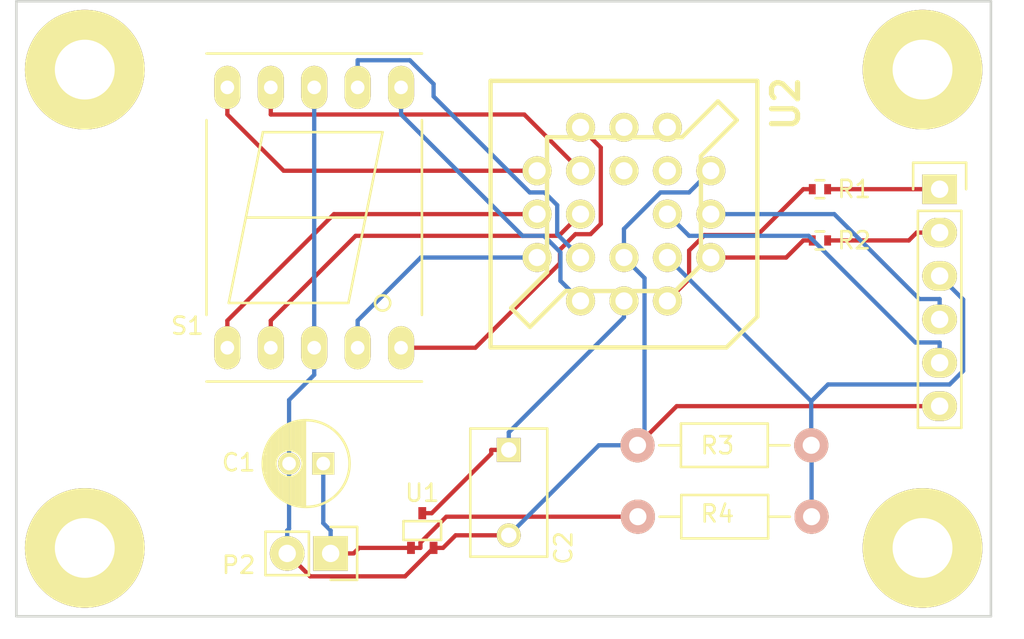
<source format=kicad_pcb>
(kicad_pcb (version 4) (host pcbnew 4.0.4+e1-6308~48~ubuntu16.04.1-stable)

  (general
    (links 31)
    (no_connects 0)
    (area 132.924999 98.924999 190.075001 135.075001)
    (thickness 1.6)
    (drawings 4)
    (tracks 111)
    (zones 0)
    (modules 15)
    (nets 27)
  )

  (page A4)
  (layers
    (0 F.Cu signal)
    (31 B.Cu signal)
    (32 B.Adhes user)
    (33 F.Adhes user)
    (34 B.Paste user)
    (35 F.Paste user)
    (36 B.SilkS user)
    (37 F.SilkS user)
    (38 B.Mask user)
    (39 F.Mask user)
    (40 Dwgs.User user)
    (41 Cmts.User user)
    (42 Eco1.User user)
    (43 Eco2.User user)
    (44 Edge.Cuts user)
    (45 Margin user)
    (46 B.CrtYd user)
    (47 F.CrtYd user)
    (48 B.Fab user)
    (49 F.Fab user)
  )

  (setup
    (last_trace_width 0.25)
    (trace_clearance 0.2)
    (zone_clearance 0.508)
    (zone_45_only no)
    (trace_min 0.2)
    (segment_width 0.2)
    (edge_width 0.15)
    (via_size 0.6)
    (via_drill 0.4)
    (via_min_size 0.4)
    (via_min_drill 0.3)
    (uvia_size 0.3)
    (uvia_drill 0.1)
    (uvias_allowed no)
    (uvia_min_size 0.2)
    (uvia_min_drill 0.1)
    (pcb_text_width 0.3)
    (pcb_text_size 1.5 1.5)
    (mod_edge_width 0.15)
    (mod_text_size 1 1)
    (mod_text_width 0.15)
    (pad_size 1.524 1.524)
    (pad_drill 0.762)
    (pad_to_mask_clearance 0.2)
    (aux_axis_origin 0 0)
    (visible_elements FFFEFF7F)
    (pcbplotparams
      (layerselection 0x00030_80000001)
      (usegerberextensions false)
      (excludeedgelayer true)
      (linewidth 0.100000)
      (plotframeref false)
      (viasonmask false)
      (mode 1)
      (useauxorigin false)
      (hpglpennumber 1)
      (hpglpenspeed 20)
      (hpglpendiameter 15)
      (hpglpenoverlay 2)
      (psnegative false)
      (psa4output false)
      (plotreference true)
      (plotvalue true)
      (plotinvisibletext false)
      (padsonsilk false)
      (subtractmaskfromsilk false)
      (outputformat 1)
      (mirror false)
      (drillshape 1)
      (scaleselection 1)
      (outputdirectory ""))
  )

  (net 0 "")
  (net 1 /12V)
  (net 2 GND)
  (net 3 +3V3)
  (net 4 "Net-(P1-Pad1)")
  (net 5 "Net-(P1-Pad2)")
  (net 6 /DIV)
  (net 7 "Net-(P1-Pad4)")
  (net 8 "Net-(P1-Pad5)")
  (net 9 "Net-(R1-Pad1)")
  (net 10 "Net-(R2-Pad1)")
  (net 11 "Net-(S1-Pad1)")
  (net 12 "Net-(S1-Pad2)")
  (net 13 "Net-(S1-Pad4)")
  (net 14 "Net-(S1-Pad5)")
  (net 15 "Net-(S1-Pad6)")
  (net 16 "Net-(S1-Pad7)")
  (net 17 "Net-(S1-Pad9)")
  (net 18 "Net-(S1-Pad10)")
  (net 19 "Net-(U2-Pad9)")
  (net 20 "Net-(U2-Pad10)")
  (net 21 "Net-(U2-Pad11)")
  (net 22 "Net-(U2-Pad12)")
  (net 23 "Net-(P3-Pad1)")
  (net 24 "Net-(P4-Pad1)")
  (net 25 "Net-(P5-Pad1)")
  (net 26 "Net-(P6-Pad1)")

  (net_class Default "This is the default net class."
    (clearance 0.2)
    (trace_width 0.25)
    (via_dia 0.6)
    (via_drill 0.4)
    (uvia_dia 0.3)
    (uvia_drill 0.1)
    (add_net +3V3)
    (add_net /12V)
    (add_net /DIV)
    (add_net GND)
    (add_net "Net-(P1-Pad1)")
    (add_net "Net-(P1-Pad2)")
    (add_net "Net-(P1-Pad4)")
    (add_net "Net-(P1-Pad5)")
    (add_net "Net-(P3-Pad1)")
    (add_net "Net-(P4-Pad1)")
    (add_net "Net-(P5-Pad1)")
    (add_net "Net-(P6-Pad1)")
    (add_net "Net-(R1-Pad1)")
    (add_net "Net-(R2-Pad1)")
    (add_net "Net-(S1-Pad1)")
    (add_net "Net-(S1-Pad10)")
    (add_net "Net-(S1-Pad2)")
    (add_net "Net-(S1-Pad4)")
    (add_net "Net-(S1-Pad5)")
    (add_net "Net-(S1-Pad6)")
    (add_net "Net-(S1-Pad7)")
    (add_net "Net-(S1-Pad9)")
    (add_net "Net-(U2-Pad10)")
    (add_net "Net-(U2-Pad11)")
    (add_net "Net-(U2-Pad12)")
    (add_net "Net-(U2-Pad9)")
  )

  (module Capacitors_ThroughHole:C_Radial_D5_L11_P2 (layer F.Cu) (tedit 57FF91BA) (tstamp 57FF8CFB)
    (at 150.95 126.06 180)
    (descr "Radial Electrolytic Capacitor 5mm x Length 11mm, Pitch 2mm")
    (tags "Electrolytic Capacitor")
    (path /57FF7B06)
    (fp_text reference C1 (at 4.95 0.06 180) (layer F.SilkS)
      (effects (font (size 1 1) (thickness 0.15)))
    )
    (fp_text value C (at 1 3.8 180) (layer F.Fab)
      (effects (font (size 1 1) (thickness 0.15)))
    )
    (fp_line (start 1.075 -2.499) (end 1.075 2.499) (layer F.SilkS) (width 0.15))
    (fp_line (start 1.215 -2.491) (end 1.215 -0.154) (layer F.SilkS) (width 0.15))
    (fp_line (start 1.215 0.154) (end 1.215 2.491) (layer F.SilkS) (width 0.15))
    (fp_line (start 1.355 -2.475) (end 1.355 -0.473) (layer F.SilkS) (width 0.15))
    (fp_line (start 1.355 0.473) (end 1.355 2.475) (layer F.SilkS) (width 0.15))
    (fp_line (start 1.495 -2.451) (end 1.495 -0.62) (layer F.SilkS) (width 0.15))
    (fp_line (start 1.495 0.62) (end 1.495 2.451) (layer F.SilkS) (width 0.15))
    (fp_line (start 1.635 -2.418) (end 1.635 -0.712) (layer F.SilkS) (width 0.15))
    (fp_line (start 1.635 0.712) (end 1.635 2.418) (layer F.SilkS) (width 0.15))
    (fp_line (start 1.775 -2.377) (end 1.775 -0.768) (layer F.SilkS) (width 0.15))
    (fp_line (start 1.775 0.768) (end 1.775 2.377) (layer F.SilkS) (width 0.15))
    (fp_line (start 1.915 -2.327) (end 1.915 -0.795) (layer F.SilkS) (width 0.15))
    (fp_line (start 1.915 0.795) (end 1.915 2.327) (layer F.SilkS) (width 0.15))
    (fp_line (start 2.055 -2.266) (end 2.055 -0.798) (layer F.SilkS) (width 0.15))
    (fp_line (start 2.055 0.798) (end 2.055 2.266) (layer F.SilkS) (width 0.15))
    (fp_line (start 2.195 -2.196) (end 2.195 -0.776) (layer F.SilkS) (width 0.15))
    (fp_line (start 2.195 0.776) (end 2.195 2.196) (layer F.SilkS) (width 0.15))
    (fp_line (start 2.335 -2.114) (end 2.335 -0.726) (layer F.SilkS) (width 0.15))
    (fp_line (start 2.335 0.726) (end 2.335 2.114) (layer F.SilkS) (width 0.15))
    (fp_line (start 2.475 -2.019) (end 2.475 -0.644) (layer F.SilkS) (width 0.15))
    (fp_line (start 2.475 0.644) (end 2.475 2.019) (layer F.SilkS) (width 0.15))
    (fp_line (start 2.615 -1.908) (end 2.615 -0.512) (layer F.SilkS) (width 0.15))
    (fp_line (start 2.615 0.512) (end 2.615 1.908) (layer F.SilkS) (width 0.15))
    (fp_line (start 2.755 -1.78) (end 2.755 -0.265) (layer F.SilkS) (width 0.15))
    (fp_line (start 2.755 0.265) (end 2.755 1.78) (layer F.SilkS) (width 0.15))
    (fp_line (start 2.895 -1.631) (end 2.895 1.631) (layer F.SilkS) (width 0.15))
    (fp_line (start 3.035 -1.452) (end 3.035 1.452) (layer F.SilkS) (width 0.15))
    (fp_line (start 3.175 -1.233) (end 3.175 1.233) (layer F.SilkS) (width 0.15))
    (fp_line (start 3.315 -0.944) (end 3.315 0.944) (layer F.SilkS) (width 0.15))
    (fp_line (start 3.455 -0.472) (end 3.455 0.472) (layer F.SilkS) (width 0.15))
    (fp_circle (center 2 0) (end 2 -0.8) (layer F.SilkS) (width 0.15))
    (fp_circle (center 1 0) (end 1 -2.5375) (layer F.SilkS) (width 0.15))
    (fp_circle (center 1 0) (end 1 -2.8) (layer F.CrtYd) (width 0.05))
    (pad 1 thru_hole rect (at 0 0 180) (size 1.3 1.3) (drill 0.8) (layers *.Cu *.Mask F.SilkS)
      (net 1 /12V))
    (pad 2 thru_hole circle (at 2 0 180) (size 1.3 1.3) (drill 0.8) (layers *.Cu *.Mask F.SilkS)
      (net 2 GND))
    (model Capacitors_ThroughHole.3dshapes/C_Radial_D5_L11_P2.wrl
      (at (xyz 0 0 0))
      (scale (xyz 1 1 1))
      (rotate (xyz 0 0 0))
    )
  )

  (module Capacitors_ThroughHole:C_Disc_D7.5_P5 (layer F.Cu) (tedit 57FF91AB) (tstamp 57FF8D01)
    (at 161.8 125.26 270)
    (descr "Capacitor 7.5mm Disc, Pitch 5mm")
    (tags Capacitor)
    (path /57FF7A61)
    (fp_text reference C2 (at 5.74 -3.2 270) (layer F.SilkS)
      (effects (font (size 1 1) (thickness 0.15)))
    )
    (fp_text value C (at 2.5 3.5 270) (layer F.Fab)
      (effects (font (size 1 1) (thickness 0.15)))
    )
    (fp_line (start -1.5 -2.5) (end 6.5 -2.5) (layer F.CrtYd) (width 0.05))
    (fp_line (start 6.5 -2.5) (end 6.5 2.5) (layer F.CrtYd) (width 0.05))
    (fp_line (start 6.5 2.5) (end -1.5 2.5) (layer F.CrtYd) (width 0.05))
    (fp_line (start -1.5 2.5) (end -1.5 -2.5) (layer F.CrtYd) (width 0.05))
    (fp_line (start -1.25 -2.25) (end 6.25 -2.25) (layer F.SilkS) (width 0.15))
    (fp_line (start 6.25 -2.25) (end 6.25 2.25) (layer F.SilkS) (width 0.15))
    (fp_line (start 6.25 2.25) (end -1.25 2.25) (layer F.SilkS) (width 0.15))
    (fp_line (start -1.25 2.25) (end -1.25 -2.25) (layer F.SilkS) (width 0.15))
    (pad 1 thru_hole rect (at 0 0 270) (size 1.4 1.4) (drill 0.9) (layers *.Cu *.Mask F.SilkS)
      (net 3 +3V3))
    (pad 2 thru_hole circle (at 5 0 270) (size 1.4 1.4) (drill 0.9) (layers *.Cu *.Mask F.SilkS)
      (net 2 GND))
    (model Capacitors_ThroughHole.3dshapes/C_Disc_D7.5_P5.wrl
      (at (xyz 0.0984252 0 0))
      (scale (xyz 1 1 1))
      (rotate (xyz 0 0 0))
    )
  )

  (module Pin_Headers:Pin_Header_Straight_1x06 (layer F.Cu) (tedit 0) (tstamp 57FF8D0B)
    (at 187 110)
    (descr "Through hole pin header")
    (tags "pin header")
    (path /57FF8563)
    (fp_text reference P1 (at 0 -5.1) (layer F.SilkS)
      (effects (font (size 1 1) (thickness 0.15)))
    )
    (fp_text value CONN_01X06 (at 0 -3.1) (layer F.Fab)
      (effects (font (size 1 1) (thickness 0.15)))
    )
    (fp_line (start -1.75 -1.75) (end -1.75 14.45) (layer F.CrtYd) (width 0.05))
    (fp_line (start 1.75 -1.75) (end 1.75 14.45) (layer F.CrtYd) (width 0.05))
    (fp_line (start -1.75 -1.75) (end 1.75 -1.75) (layer F.CrtYd) (width 0.05))
    (fp_line (start -1.75 14.45) (end 1.75 14.45) (layer F.CrtYd) (width 0.05))
    (fp_line (start 1.27 1.27) (end 1.27 13.97) (layer F.SilkS) (width 0.15))
    (fp_line (start 1.27 13.97) (end -1.27 13.97) (layer F.SilkS) (width 0.15))
    (fp_line (start -1.27 13.97) (end -1.27 1.27) (layer F.SilkS) (width 0.15))
    (fp_line (start 1.55 -1.55) (end 1.55 0) (layer F.SilkS) (width 0.15))
    (fp_line (start 1.27 1.27) (end -1.27 1.27) (layer F.SilkS) (width 0.15))
    (fp_line (start -1.55 0) (end -1.55 -1.55) (layer F.SilkS) (width 0.15))
    (fp_line (start -1.55 -1.55) (end 1.55 -1.55) (layer F.SilkS) (width 0.15))
    (pad 1 thru_hole rect (at 0 0) (size 2.032 1.7272) (drill 1.016) (layers *.Cu *.Mask F.SilkS)
      (net 4 "Net-(P1-Pad1)"))
    (pad 2 thru_hole oval (at 0 2.54) (size 2.032 1.7272) (drill 1.016) (layers *.Cu *.Mask F.SilkS)
      (net 5 "Net-(P1-Pad2)"))
    (pad 3 thru_hole oval (at 0 5.08) (size 2.032 1.7272) (drill 1.016) (layers *.Cu *.Mask F.SilkS)
      (net 6 /DIV))
    (pad 4 thru_hole oval (at 0 7.62) (size 2.032 1.7272) (drill 1.016) (layers *.Cu *.Mask F.SilkS)
      (net 7 "Net-(P1-Pad4)"))
    (pad 5 thru_hole oval (at 0 10.16) (size 2.032 1.7272) (drill 1.016) (layers *.Cu *.Mask F.SilkS)
      (net 8 "Net-(P1-Pad5)"))
    (pad 6 thru_hole oval (at 0 12.7) (size 2.032 1.7272) (drill 1.016) (layers *.Cu *.Mask F.SilkS)
      (net 2 GND))
    (model Pin_Headers.3dshapes/Pin_Header_Straight_1x06.wrl
      (at (xyz 0 -0.25 0))
      (scale (xyz 1 1 1))
      (rotate (xyz 0 0 90))
    )
  )

  (module Pin_Headers:Pin_Header_Straight_1x02 (layer F.Cu) (tedit 57FF91B4) (tstamp 57FF8D11)
    (at 151.38 131.32 270)
    (descr "Through hole pin header")
    (tags "pin header")
    (path /57FF8861)
    (fp_text reference P2 (at 0.68 5.38 360) (layer F.SilkS)
      (effects (font (size 1 1) (thickness 0.15)))
    )
    (fp_text value CONN_01X02 (at 0 -3.1 270) (layer F.Fab)
      (effects (font (size 1 1) (thickness 0.15)))
    )
    (fp_line (start 1.27 1.27) (end 1.27 3.81) (layer F.SilkS) (width 0.15))
    (fp_line (start 1.55 -1.55) (end 1.55 0) (layer F.SilkS) (width 0.15))
    (fp_line (start -1.75 -1.75) (end -1.75 4.3) (layer F.CrtYd) (width 0.05))
    (fp_line (start 1.75 -1.75) (end 1.75 4.3) (layer F.CrtYd) (width 0.05))
    (fp_line (start -1.75 -1.75) (end 1.75 -1.75) (layer F.CrtYd) (width 0.05))
    (fp_line (start -1.75 4.3) (end 1.75 4.3) (layer F.CrtYd) (width 0.05))
    (fp_line (start 1.27 1.27) (end -1.27 1.27) (layer F.SilkS) (width 0.15))
    (fp_line (start -1.55 0) (end -1.55 -1.55) (layer F.SilkS) (width 0.15))
    (fp_line (start -1.55 -1.55) (end 1.55 -1.55) (layer F.SilkS) (width 0.15))
    (fp_line (start -1.27 1.27) (end -1.27 3.81) (layer F.SilkS) (width 0.15))
    (fp_line (start -1.27 3.81) (end 1.27 3.81) (layer F.SilkS) (width 0.15))
    (pad 1 thru_hole rect (at 0 0 270) (size 2.032 2.032) (drill 1.016) (layers *.Cu *.Mask F.SilkS)
      (net 1 /12V))
    (pad 2 thru_hole oval (at 0 2.54 270) (size 2.032 2.032) (drill 1.016) (layers *.Cu *.Mask F.SilkS)
      (net 2 GND))
    (model Pin_Headers.3dshapes/Pin_Header_Straight_1x02.wrl
      (at (xyz 0 -0.05 0))
      (scale (xyz 1 1 1))
      (rotate (xyz 0 0 90))
    )
  )

  (module Resistors_SMD:R_0402 (layer F.Cu) (tedit 57FF90CA) (tstamp 57FF8D17)
    (at 180 110)
    (descr "Resistor SMD 0402, reflow soldering, Vishay (see dcrcw.pdf)")
    (tags "resistor 0402")
    (path /57FF83DC)
    (attr smd)
    (fp_text reference R1 (at 2 0) (layer F.SilkS)
      (effects (font (size 1 1) (thickness 0.15)))
    )
    (fp_text value R (at 0 1.8) (layer F.Fab)
      (effects (font (size 1 1) (thickness 0.15)))
    )
    (fp_line (start -0.95 -0.65) (end 0.95 -0.65) (layer F.CrtYd) (width 0.05))
    (fp_line (start -0.95 0.65) (end 0.95 0.65) (layer F.CrtYd) (width 0.05))
    (fp_line (start -0.95 -0.65) (end -0.95 0.65) (layer F.CrtYd) (width 0.05))
    (fp_line (start 0.95 -0.65) (end 0.95 0.65) (layer F.CrtYd) (width 0.05))
    (fp_line (start 0.25 -0.525) (end -0.25 -0.525) (layer F.SilkS) (width 0.15))
    (fp_line (start -0.25 0.525) (end 0.25 0.525) (layer F.SilkS) (width 0.15))
    (pad 1 smd rect (at -0.45 0) (size 0.4 0.6) (layers F.Cu F.Paste F.Mask)
      (net 9 "Net-(R1-Pad1)"))
    (pad 2 smd rect (at 0.45 0) (size 0.4 0.6) (layers F.Cu F.Paste F.Mask)
      (net 4 "Net-(P1-Pad1)"))
    (model Resistors_SMD.3dshapes/R_0402.wrl
      (at (xyz 0 0 0))
      (scale (xyz 1 1 1))
      (rotate (xyz 0 0 0))
    )
  )

  (module Resistors_SMD:R_0402 (layer F.Cu) (tedit 57FF90CD) (tstamp 57FF8D1D)
    (at 180 113)
    (descr "Resistor SMD 0402, reflow soldering, Vishay (see dcrcw.pdf)")
    (tags "resistor 0402")
    (path /57FF8328)
    (attr smd)
    (fp_text reference R2 (at 2 0) (layer F.SilkS)
      (effects (font (size 1 1) (thickness 0.15)))
    )
    (fp_text value R (at 0 1.8) (layer F.Fab)
      (effects (font (size 1 1) (thickness 0.15)))
    )
    (fp_line (start -0.95 -0.65) (end 0.95 -0.65) (layer F.CrtYd) (width 0.05))
    (fp_line (start -0.95 0.65) (end 0.95 0.65) (layer F.CrtYd) (width 0.05))
    (fp_line (start -0.95 -0.65) (end -0.95 0.65) (layer F.CrtYd) (width 0.05))
    (fp_line (start 0.95 -0.65) (end 0.95 0.65) (layer F.CrtYd) (width 0.05))
    (fp_line (start 0.25 -0.525) (end -0.25 -0.525) (layer F.SilkS) (width 0.15))
    (fp_line (start -0.25 0.525) (end 0.25 0.525) (layer F.SilkS) (width 0.15))
    (pad 1 smd rect (at -0.45 0) (size 0.4 0.6) (layers F.Cu F.Paste F.Mask)
      (net 10 "Net-(R2-Pad1)"))
    (pad 2 smd rect (at 0.45 0) (size 0.4 0.6) (layers F.Cu F.Paste F.Mask)
      (net 5 "Net-(P1-Pad2)"))
    (model Resistors_SMD.3dshapes/R_0402.wrl
      (at (xyz 0 0 0))
      (scale (xyz 1 1 1))
      (rotate (xyz 0 0 0))
    )
  )

  (module Resistors_ThroughHole:Resistor_Horizontal_RM10mm (layer F.Cu) (tedit 57FF91A6) (tstamp 57FF8D23)
    (at 169.35 129.17)
    (descr "Resistor, Axial,  RM 10mm, 1/3W")
    (tags "Resistor Axial RM 10mm 1/3W")
    (path /57FF7C68)
    (fp_text reference R3 (at 4.65 -4.17) (layer F.SilkS)
      (effects (font (size 1 1) (thickness 0.15)))
    )
    (fp_text value R (at 5.08 3.81) (layer F.Fab)
      (effects (font (size 1 1) (thickness 0.15)))
    )
    (fp_line (start -1.25 -1.5) (end 11.4 -1.5) (layer F.CrtYd) (width 0.05))
    (fp_line (start -1.25 1.5) (end -1.25 -1.5) (layer F.CrtYd) (width 0.05))
    (fp_line (start 11.4 -1.5) (end 11.4 1.5) (layer F.CrtYd) (width 0.05))
    (fp_line (start -1.25 1.5) (end 11.4 1.5) (layer F.CrtYd) (width 0.05))
    (fp_line (start 2.54 -1.27) (end 7.62 -1.27) (layer F.SilkS) (width 0.15))
    (fp_line (start 7.62 -1.27) (end 7.62 1.27) (layer F.SilkS) (width 0.15))
    (fp_line (start 7.62 1.27) (end 2.54 1.27) (layer F.SilkS) (width 0.15))
    (fp_line (start 2.54 1.27) (end 2.54 -1.27) (layer F.SilkS) (width 0.15))
    (fp_line (start 2.54 0) (end 1.27 0) (layer F.SilkS) (width 0.15))
    (fp_line (start 7.62 0) (end 8.89 0) (layer F.SilkS) (width 0.15))
    (pad 1 thru_hole circle (at 0 0) (size 1.99898 1.99898) (drill 1.00076) (layers *.Cu *.SilkS *.Mask)
      (net 1 /12V))
    (pad 2 thru_hole circle (at 10.16 0) (size 1.99898 1.99898) (drill 1.00076) (layers *.Cu *.SilkS *.Mask)
      (net 6 /DIV))
    (model Resistors_ThroughHole.3dshapes/Resistor_Horizontal_RM10mm.wrl
      (at (xyz 0.2 0 0))
      (scale (xyz 0.4 0.4 0.4))
      (rotate (xyz 0 0 0))
    )
  )

  (module Resistors_ThroughHole:Resistor_Horizontal_RM10mm (layer F.Cu) (tedit 57FF919F) (tstamp 57FF8D29)
    (at 179.49 124.99 180)
    (descr "Resistor, Axial,  RM 10mm, 1/3W")
    (tags "Resistor Axial RM 10mm 1/3W")
    (path /57FF8D0B)
    (fp_text reference R4 (at 5.49 -4.01 180) (layer F.SilkS)
      (effects (font (size 1 1) (thickness 0.15)))
    )
    (fp_text value R (at 5.08 3.81 180) (layer F.Fab)
      (effects (font (size 1 1) (thickness 0.15)))
    )
    (fp_line (start -1.25 -1.5) (end 11.4 -1.5) (layer F.CrtYd) (width 0.05))
    (fp_line (start -1.25 1.5) (end -1.25 -1.5) (layer F.CrtYd) (width 0.05))
    (fp_line (start 11.4 -1.5) (end 11.4 1.5) (layer F.CrtYd) (width 0.05))
    (fp_line (start -1.25 1.5) (end 11.4 1.5) (layer F.CrtYd) (width 0.05))
    (fp_line (start 2.54 -1.27) (end 7.62 -1.27) (layer F.SilkS) (width 0.15))
    (fp_line (start 7.62 -1.27) (end 7.62 1.27) (layer F.SilkS) (width 0.15))
    (fp_line (start 7.62 1.27) (end 2.54 1.27) (layer F.SilkS) (width 0.15))
    (fp_line (start 2.54 1.27) (end 2.54 -1.27) (layer F.SilkS) (width 0.15))
    (fp_line (start 2.54 0) (end 1.27 0) (layer F.SilkS) (width 0.15))
    (fp_line (start 7.62 0) (end 8.89 0) (layer F.SilkS) (width 0.15))
    (pad 1 thru_hole circle (at 0 0 180) (size 1.99898 1.99898) (drill 1.00076) (layers *.Cu *.SilkS *.Mask)
      (net 6 /DIV))
    (pad 2 thru_hole circle (at 10.16 0 180) (size 1.99898 1.99898) (drill 1.00076) (layers *.Cu *.SilkS *.Mask)
      (net 2 GND))
    (model Resistors_ThroughHole.3dshapes/Resistor_Horizontal_RM10mm.wrl
      (at (xyz 0.2 0 0))
      (scale (xyz 0.4 0.4 0.4))
      (rotate (xyz 0 0 0))
    )
  )

  (module Displays_7-Segment:7SegmentLED_LTS6760_LTS6780 (layer F.Cu) (tedit 57FF90DD) (tstamp 57FF8D37)
    (at 150.42 111.66)
    (path /57FF7DDE)
    (fp_text reference S1 (at -7.42 6.34) (layer F.SilkS)
      (effects (font (size 1 1) (thickness 0.15)))
    )
    (fp_text value 7SEGM (at -0.4 12) (layer F.Fab)
      (effects (font (size 1 1) (thickness 0.15)))
    )
    (fp_circle (center 4 5) (end 4.4 5.2) (layer F.SilkS) (width 0.15))
    (fp_line (start -3 -5) (end -4 0) (layer F.SilkS) (width 0.15))
    (fp_line (start -4 0) (end -5 5) (layer F.SilkS) (width 0.15))
    (fp_line (start -5 5) (end 2 5) (layer F.SilkS) (width 0.15))
    (fp_line (start 2 5) (end 3 0) (layer F.SilkS) (width 0.15))
    (fp_line (start 4 -5) (end 3 0) (layer F.SilkS) (width 0.15))
    (fp_line (start 3 0) (end -4 0) (layer F.SilkS) (width 0.15))
    (fp_line (start -3 -5) (end 4 -5) (layer F.SilkS) (width 0.15))
    (fp_line (start 6.3 9.6) (end -6.3 9.6) (layer F.SilkS) (width 0.15))
    (fp_line (start -6.3 -5.7) (end -6.3 5.7) (layer F.SilkS) (width 0.15))
    (fp_line (start 6.3 -5.7) (end 6.3 5.7) (layer F.SilkS) (width 0.15))
    (fp_line (start -6.3 -9.6) (end 6.3 -9.6) (layer F.SilkS) (width 0.15))
    (pad 1 thru_hole oval (at -5.08 7.62) (size 1.524 2.524) (drill 0.8) (layers *.Cu *.Mask F.SilkS)
      (net 11 "Net-(S1-Pad1)"))
    (pad 2 thru_hole oval (at -2.54 7.62) (size 1.524 2.524) (drill 0.8) (layers *.Cu *.Mask F.SilkS)
      (net 12 "Net-(S1-Pad2)"))
    (pad 3 thru_hole oval (at 0 7.62) (size 1.524 2.524) (drill 0.8) (layers *.Cu *.Mask F.SilkS)
      (net 2 GND))
    (pad 4 thru_hole oval (at 2.54 7.62) (size 1.524 2.524) (drill 0.8) (layers *.Cu *.Mask F.SilkS)
      (net 13 "Net-(S1-Pad4)"))
    (pad 5 thru_hole oval (at 5.08 7.62) (size 1.524 2.524) (drill 0.8) (layers *.Cu *.Mask F.SilkS)
      (net 14 "Net-(S1-Pad5)"))
    (pad 6 thru_hole oval (at 5.08 -7.62) (size 1.524 2.524) (drill 0.8) (layers *.Cu *.Mask F.SilkS)
      (net 15 "Net-(S1-Pad6)"))
    (pad 7 thru_hole oval (at 2.54 -7.62) (size 1.524 2.524) (drill 0.8) (layers *.Cu *.Mask F.SilkS)
      (net 16 "Net-(S1-Pad7)"))
    (pad 8 thru_hole oval (at 0 -7.62) (size 1.524 2.524) (drill 0.8) (layers *.Cu *.Mask F.SilkS)
      (net 2 GND))
    (pad 9 thru_hole oval (at -2.54 -7.62) (size 1.524 2.524) (drill 0.8) (layers *.Cu *.Mask F.SilkS)
      (net 17 "Net-(S1-Pad9)"))
    (pad 10 thru_hole oval (at -5.08 -7.62) (size 1.524 2.524) (drill 0.8) (layers *.Cu *.Mask F.SilkS)
      (net 18 "Net-(S1-Pad10)"))
    (model Displays_7-Segment.3dshapes/7SegmentLED_LTS6760_LTS6780.wrl
      (at (xyz 0 0 0))
      (scale (xyz 0.3937 0.3937 0.3937))
      (rotate (xyz 0 0 0))
    )
  )

  (module MY_FOOTPRINTS:SC-70 (layer F.Cu) (tedit 56EA2234) (tstamp 57FF8D47)
    (at 156.74 129.98)
    (descr "SC70 SOT323")
    (path /57FFA250)
    (attr smd)
    (fp_text reference U1 (at 0 -2.2) (layer F.SilkS)
      (effects (font (size 1 1) (thickness 0.15)))
    )
    (fp_text value REG12V3V (at 0 2.4) (layer F.Fab)
      (effects (font (size 1 1) (thickness 0.15)))
    )
    (fp_line (start 1.3 -1.7) (end 1.3 1.7) (layer F.CrtYd) (width 0.05))
    (fp_line (start -1.3 -1.7) (end 1.3 -1.7) (layer F.CrtYd) (width 0.05))
    (fp_line (start -1.3 1.7) (end -1.3 -1.7) (layer F.CrtYd) (width 0.05))
    (fp_line (start 1.3 1.7) (end -1.3 1.7) (layer F.CrtYd) (width 0.05))
    (fp_line (start -1.1 -0.55) (end -1.1 0.55) (layer F.SilkS) (width 0.15))
    (fp_line (start -1.1 0.55) (end 1.1 0.55) (layer F.SilkS) (width 0.15))
    (fp_line (start 1.1 0.55) (end 1.1 -0.55) (layer F.SilkS) (width 0.15))
    (fp_line (start 1.1 -0.55) (end -1.05 -0.55) (layer F.SilkS) (width 0.15))
    (fp_line (start -1.05 -0.55) (end -1.1 -0.55) (layer F.SilkS) (width 0.15))
    (pad 1 smd rect (at -0.6604 1.016) (size 0.4572 0.7112) (layers F.Cu F.Paste F.Mask)
      (net 1 /12V))
    (pad 2 smd rect (at 0.6604 1.016) (size 0.4572 0.7112) (layers F.Cu F.Paste F.Mask)
      (net 2 GND))
    (pad 3 smd rect (at 0 -1.016) (size 0.4572 0.7112) (layers F.Cu F.Paste F.Mask)
      (net 3 +3V3))
    (model TO_SOT_Packages_SMD.3dshapes/SC-70.wrl
      (at (xyz 0 0 0))
      (scale (xyz 1 1 1))
      (rotate (xyz 0 0 0))
    )
  )

  (module w_pth_plcc:plcc20_pth-skt (layer F.Cu) (tedit 57FF9194) (tstamp 57FF8D5F)
    (at 168.537 111.459)
    (path /57FF8066)
    (fp_text reference U2 (at 9.462659 -6.4592 90) (layer F.SilkS)
      (effects (font (thickness 0.3048)))
    )
    (fp_text value MYASIC (at 0.462659 9.5408) (layer F.SilkS) hide
      (effects (font (thickness 0.3048)))
    )
    (fp_line (start -4.50088 3.40106) (end -4.50088 -4.50088) (layer F.SilkS) (width 0.254))
    (fp_line (start -4.50088 -4.50088) (end 3.40106 -4.50088) (layer F.SilkS) (width 0.254))
    (fp_line (start 3.40106 -4.50088) (end 5.4991 -6.59892) (layer F.SilkS) (width 0.254))
    (fp_line (start 5.4991 -6.59892) (end 6.59892 -5.4991) (layer F.SilkS) (width 0.254))
    (fp_line (start 6.59892 -5.4991) (end 4.50088 -3.40106) (layer F.SilkS) (width 0.254))
    (fp_line (start 4.50088 -3.40106) (end 4.50088 2.99974) (layer F.SilkS) (width 0.254))
    (fp_line (start 4.50088 2.99974) (end 2.99974 4.50088) (layer F.SilkS) (width 0.254))
    (fp_line (start 2.99974 4.50088) (end -3.40106 4.50088) (layer F.SilkS) (width 0.254))
    (fp_line (start -4.50088 3.40106) (end -6.59892 5.4991) (layer F.SilkS) (width 0.254))
    (fp_line (start -6.59892 5.4991) (end -5.4991 6.59892) (layer F.SilkS) (width 0.254))
    (fp_line (start -5.4991 6.59892) (end -3.40106 4.50088) (layer F.SilkS) (width 0.254))
    (fp_line (start 7.80034 -7.80034) (end -7.80034 -7.80034) (layer F.SilkS) (width 0.254))
    (fp_line (start -7.80034 -7.80034) (end -7.80034 7.80034) (layer F.SilkS) (width 0.254))
    (fp_line (start -7.80034 7.80034) (end 5.99948 7.80034) (layer F.SilkS) (width 0.254))
    (fp_line (start 5.99948 7.80034) (end 7.80034 5.99948) (layer F.SilkS) (width 0.254))
    (fp_line (start 7.80034 5.99948) (end 7.80034 -7.80034) (layer F.SilkS) (width 0.254))
    (pad 1 thru_hole circle (at 0 5.08) (size 1.69926 1.69926) (drill 1.00076) (layers *.Cu *.Mask F.SilkS)
      (net 3 +3V3))
    (pad 2 thru_hole circle (at 0 2.54) (size 1.69926 1.69926) (drill 1.00076) (layers *.Cu *.Mask F.SilkS)
      (net 2 GND))
    (pad 3 thru_hole circle (at 2.54 5.08) (size 1.69926 1.69926) (drill 1.00076) (layers *.Cu *.Mask F.SilkS)
      (net 9 "Net-(R1-Pad1)"))
    (pad 4 thru_hole circle (at 5.08 2.54) (size 1.69926 1.69926) (drill 1.00076) (layers *.Cu *.Mask F.SilkS)
      (net 10 "Net-(R2-Pad1)"))
    (pad 5 thru_hole circle (at 2.54 2.54) (size 1.69926 1.69926) (drill 1.00076) (layers *.Cu *.Mask F.SilkS)
      (net 6 /DIV))
    (pad 6 thru_hole circle (at 5.08 0) (size 1.69926 1.69926) (drill 1.00076) (layers *.Cu *.Mask F.SilkS)
      (net 7 "Net-(P1-Pad4)"))
    (pad 7 thru_hole circle (at 2.54 0) (size 1.69926 1.69926) (drill 1.00076) (layers *.Cu *.Mask F.SilkS)
      (net 8 "Net-(P1-Pad5)"))
    (pad 8 thru_hole circle (at 5.08 -2.54) (size 1.69926 1.69926) (drill 1.00076) (layers *.Cu *.Mask F.SilkS)
      (net 2 GND))
    (pad 9 thru_hole circle (at 2.54 -5.08) (size 1.69926 1.69926) (drill 1.00076) (layers *.Cu *.Mask F.SilkS)
      (net 19 "Net-(U2-Pad9)"))
    (pad 10 thru_hole circle (at 2.54 -2.54) (size 1.69926 1.69926) (drill 1.00076) (layers *.Cu *.Mask F.SilkS)
      (net 20 "Net-(U2-Pad10)"))
    (pad 11 thru_hole circle (at 0 -5.08) (size 1.69926 1.69926) (drill 1.00076) (layers *.Cu *.Mask F.SilkS)
      (net 21 "Net-(U2-Pad11)"))
    (pad 12 thru_hole circle (at 0 -2.54) (size 1.69926 1.69926) (drill 1.00076) (layers *.Cu *.Mask F.SilkS)
      (net 22 "Net-(U2-Pad12)"))
    (pad 13 thru_hole circle (at -2.54 -5.08) (size 1.69926 1.69926) (drill 1.00076) (layers *.Cu *.Mask F.SilkS)
      (net 14 "Net-(S1-Pad5)"))
    (pad 14 thru_hole circle (at -5.08 -2.54) (size 1.69926 1.69926) (drill 1.00076) (layers *.Cu *.Mask F.SilkS)
      (net 18 "Net-(S1-Pad10)"))
    (pad 15 thru_hole circle (at -2.54 -2.54) (size 1.69926 1.69926) (drill 1.00076) (layers *.Cu *.Mask F.SilkS)
      (net 17 "Net-(S1-Pad9)"))
    (pad 16 thru_hole circle (at -5.08 0) (size 1.69926 1.69926) (drill 1.00076) (layers *.Cu *.Mask F.SilkS)
      (net 11 "Net-(S1-Pad1)"))
    (pad 17 thru_hole circle (at -2.54 0) (size 1.69926 1.69926) (drill 1.00076) (layers *.Cu *.Mask F.SilkS)
      (net 12 "Net-(S1-Pad2)"))
    (pad 18 thru_hole circle (at -5.08 2.54) (size 1.69926 1.69926) (drill 1.00076) (layers *.Cu *.Mask F.SilkS)
      (net 13 "Net-(S1-Pad4)"))
    (pad 19 thru_hole circle (at -2.54 5.08) (size 1.69926 1.69926) (drill 1.00076) (layers *.Cu *.Mask F.SilkS)
      (net 15 "Net-(S1-Pad6)"))
    (pad 20 thru_hole circle (at -2.54 2.54) (size 1.69926 1.69926) (drill 1.00076) (layers *.Cu *.Mask F.SilkS)
      (net 16 "Net-(S1-Pad7)"))
    (model walter/pth_plcc/plcc20_pth-skt.wrl
      (at (xyz 0 0 0))
      (scale (xyz 1 1 1))
      (rotate (xyz 0 0 0))
    )
  )

  (module Mounting_Holes:MountingHole_3.5mm_Pad (layer F.Cu) (tedit 57FF90D8) (tstamp 57FF8FC9)
    (at 137 103)
    (descr "Mounting Hole 3.5mm")
    (tags "mounting hole 3.5mm")
    (path /57FFAC41)
    (fp_text reference P3 (at 0 0) (layer F.SilkS)
      (effects (font (size 1 1) (thickness 0.15)))
    )
    (fp_text value CONN_01X01 (at 0 4.5) (layer F.Fab)
      (effects (font (size 1 1) (thickness 0.15)))
    )
    (fp_circle (center 0 0) (end 3.5 0) (layer Cmts.User) (width 0.15))
    (fp_circle (center 0 0) (end 3.75 0) (layer F.CrtYd) (width 0.05))
    (pad 1 thru_hole circle (at 0 0) (size 7 7) (drill 3.5) (layers *.Cu *.Mask F.SilkS)
      (net 23 "Net-(P3-Pad1)"))
  )

  (module Mounting_Holes:MountingHole_3.5mm_Pad (layer F.Cu) (tedit 57FF90D0) (tstamp 57FF8FCE)
    (at 186 103)
    (descr "Mounting Hole 3.5mm")
    (tags "mounting hole 3.5mm")
    (path /57FFAE8D)
    (fp_text reference P4 (at 0 0) (layer F.SilkS)
      (effects (font (size 1 1) (thickness 0.15)))
    )
    (fp_text value CONN_01X01 (at 0 4.5) (layer F.Fab)
      (effects (font (size 1 1) (thickness 0.15)))
    )
    (fp_circle (center 0 0) (end 3.5 0) (layer Cmts.User) (width 0.15))
    (fp_circle (center 0 0) (end 3.75 0) (layer F.CrtYd) (width 0.05))
    (pad 1 thru_hole circle (at 0 0) (size 7 7) (drill 3.5) (layers *.Cu *.Mask F.SilkS)
      (net 24 "Net-(P4-Pad1)"))
  )

  (module Mounting_Holes:MountingHole_3.5mm_Pad (layer F.Cu) (tedit 57FF90E1) (tstamp 57FF8FD3)
    (at 137 131)
    (descr "Mounting Hole 3.5mm")
    (tags "mounting hole 3.5mm")
    (path /57FFADF8)
    (fp_text reference P5 (at 0 1) (layer F.SilkS)
      (effects (font (size 1 1) (thickness 0.15)))
    )
    (fp_text value CONN_01X01 (at 0 4.5) (layer F.Fab)
      (effects (font (size 1 1) (thickness 0.15)))
    )
    (fp_circle (center 0 0) (end 3.5 0) (layer Cmts.User) (width 0.15))
    (fp_circle (center 0 0) (end 3.75 0) (layer F.CrtYd) (width 0.05))
    (pad 1 thru_hole circle (at 0 0) (size 7 7) (drill 3.5) (layers *.Cu *.Mask F.SilkS)
      (net 25 "Net-(P5-Pad1)"))
  )

  (module Mounting_Holes:MountingHole_3.5mm_Pad (layer F.Cu) (tedit 57FF90D2) (tstamp 57FF8FD8)
    (at 186 131)
    (descr "Mounting Hole 3.5mm")
    (tags "mounting hole 3.5mm")
    (path /57FFAE45)
    (fp_text reference P6 (at 0 0) (layer F.SilkS)
      (effects (font (size 1 1) (thickness 0.15)))
    )
    (fp_text value CONN_01X01 (at 0 4.5) (layer F.Fab)
      (effects (font (size 1 1) (thickness 0.15)))
    )
    (fp_circle (center 0 0) (end 3.5 0) (layer Cmts.User) (width 0.15))
    (fp_circle (center 0 0) (end 3.75 0) (layer F.CrtYd) (width 0.05))
    (pad 1 thru_hole circle (at 0 0) (size 7 7) (drill 3.5) (layers *.Cu *.Mask F.SilkS)
      (net 26 "Net-(P6-Pad1)"))
  )

  (gr_line (start 133 135) (end 133 99) (angle 90) (layer Edge.Cuts) (width 0.15))
  (gr_line (start 190 135) (end 133 135) (angle 90) (layer Edge.Cuts) (width 0.15))
  (gr_line (start 190 99) (end 190 135) (angle 90) (layer Edge.Cuts) (width 0.15))
  (gr_line (start 133 99) (end 190 99) (angle 90) (layer Edge.Cuts) (width 0.15))

  (segment (start 153.0453 130.996) (end 152.7213 131.32) (width 0.25) (layer F.Cu) (net 1))
  (segment (start 156.0796 130.996) (end 153.0453 130.996) (width 0.25) (layer F.Cu) (net 1))
  (segment (start 151.38 131.32) (end 152.7213 131.32) (width 0.25) (layer F.Cu) (net 1))
  (segment (start 156.6335 130.6844) (end 156.6335 130.996) (width 0.25) (layer F.Cu) (net 1))
  (segment (start 158.1479 129.17) (end 156.6335 130.6844) (width 0.25) (layer F.Cu) (net 1))
  (segment (start 169.35 129.17) (end 158.1479 129.17) (width 0.25) (layer F.Cu) (net 1))
  (segment (start 156.0796 130.996) (end 156.6335 130.996) (width 0.25) (layer F.Cu) (net 1))
  (segment (start 150.95 129.5487) (end 150.95 126.06) (width 0.25) (layer B.Cu) (net 1))
  (segment (start 151.38 129.9787) (end 150.95 129.5487) (width 0.25) (layer B.Cu) (net 1))
  (segment (start 151.38 131.32) (end 151.38 129.9787) (width 0.25) (layer B.Cu) (net 1))
  (segment (start 150.42 104.04) (end 150.42 119.28) (width 0.25) (layer B.Cu) (net 2))
  (segment (start 169.7399 124.5801) (end 169.33 124.99) (width 0.25) (layer B.Cu) (net 2))
  (segment (start 169.7399 115.2019) (end 169.7399 124.5801) (width 0.25) (layer B.Cu) (net 2))
  (segment (start 168.537 113.999) (end 169.7399 115.2019) (width 0.25) (layer B.Cu) (net 2))
  (segment (start 167.07 124.99) (end 161.8 130.26) (width 0.25) (layer B.Cu) (net 2))
  (segment (start 169.33 124.99) (end 167.07 124.99) (width 0.25) (layer B.Cu) (net 2))
  (segment (start 148.84 131.32) (end 148.84 129.9787) (width 0.25) (layer B.Cu) (net 2))
  (segment (start 150.1814 132.6614) (end 148.84 131.32) (width 0.25) (layer F.Cu) (net 2))
  (segment (start 155.735 132.6614) (end 150.1814 132.6614) (width 0.25) (layer F.Cu) (net 2))
  (segment (start 157.4004 130.996) (end 155.735 132.6614) (width 0.25) (layer F.Cu) (net 2))
  (segment (start 148.95 129.8687) (end 148.95 126.06) (width 0.25) (layer B.Cu) (net 2))
  (segment (start 148.84 129.9787) (end 148.95 129.8687) (width 0.25) (layer B.Cu) (net 2))
  (segment (start 148.95 122.3373) (end 150.42 120.8673) (width 0.25) (layer B.Cu) (net 2))
  (segment (start 148.95 126.06) (end 148.95 122.3373) (width 0.25) (layer B.Cu) (net 2))
  (segment (start 150.42 119.28) (end 150.42 120.8673) (width 0.25) (layer B.Cu) (net 2))
  (segment (start 158.6903 130.26) (end 157.9543 130.996) (width 0.25) (layer F.Cu) (net 2))
  (segment (start 161.8 130.26) (end 158.6903 130.26) (width 0.25) (layer F.Cu) (net 2))
  (segment (start 157.4004 130.996) (end 157.9543 130.996) (width 0.25) (layer F.Cu) (net 2))
  (segment (start 168.537 112.3226) (end 168.537 113.999) (width 0.25) (layer B.Cu) (net 2))
  (segment (start 170.6706 110.189) (end 168.537 112.3226) (width 0.25) (layer B.Cu) (net 2))
  (segment (start 172.347 110.189) (end 170.6706 110.189) (width 0.25) (layer B.Cu) (net 2))
  (segment (start 173.617 108.919) (end 172.347 110.189) (width 0.25) (layer B.Cu) (net 2))
  (segment (start 171.62 122.7) (end 187 122.7) (width 0.25) (layer F.Cu) (net 2))
  (segment (start 169.33 124.99) (end 171.62 122.7) (width 0.25) (layer F.Cu) (net 2))
  (segment (start 168.537 117.4977) (end 161.8 124.2347) (width 0.25) (layer B.Cu) (net 3))
  (segment (start 168.537 116.539) (end 168.537 117.4977) (width 0.25) (layer B.Cu) (net 3))
  (segment (start 161.8 125.26) (end 161.8 124.2347) (width 0.25) (layer B.Cu) (net 3))
  (segment (start 160.7747 125.4832) (end 157.2939 128.964) (width 0.25) (layer F.Cu) (net 3))
  (segment (start 160.7747 125.26) (end 160.7747 125.4832) (width 0.25) (layer F.Cu) (net 3))
  (segment (start 156.74 128.964) (end 157.2939 128.964) (width 0.25) (layer F.Cu) (net 3))
  (segment (start 161.8 125.26) (end 160.7747 125.26) (width 0.25) (layer F.Cu) (net 3))
  (segment (start 180.45 110) (end 187 110) (width 0.25) (layer F.Cu) (net 4))
  (segment (start 185.1987 113) (end 185.6587 112.54) (width 0.25) (layer F.Cu) (net 5))
  (segment (start 180.45 113) (end 185.1987 113) (width 0.25) (layer F.Cu) (net 5))
  (segment (start 187 112.54) (end 185.6587 112.54) (width 0.25) (layer F.Cu) (net 5))
  (segment (start 179.51 125.01) (end 179.51 129.17) (width 0.25) (layer B.Cu) (net 6))
  (segment (start 179.49 124.99) (end 179.51 125.01) (width 0.25) (layer B.Cu) (net 6))
  (segment (start 180.472 121.43) (end 179.49 122.412) (width 0.25) (layer B.Cu) (net 6))
  (segment (start 187.5825 121.43) (end 180.472 121.43) (width 0.25) (layer B.Cu) (net 6))
  (segment (start 188.3755 120.637) (end 187.5825 121.43) (width 0.25) (layer B.Cu) (net 6))
  (segment (start 188.3755 116.4555) (end 188.3755 120.637) (width 0.25) (layer B.Cu) (net 6))
  (segment (start 187 115.08) (end 188.3755 116.4555) (width 0.25) (layer B.Cu) (net 6))
  (segment (start 171.077 113.999) (end 179.49 122.412) (width 0.25) (layer B.Cu) (net 6))
  (segment (start 179.49 122.412) (end 179.49 124.99) (width 0.25) (layer B.Cu) (net 6))
  (segment (start 185.8111 116.4311) (end 187 116.4311) (width 0.25) (layer B.Cu) (net 7))
  (segment (start 180.839 111.459) (end 185.8111 116.4311) (width 0.25) (layer B.Cu) (net 7))
  (segment (start 173.617 111.459) (end 180.839 111.459) (width 0.25) (layer B.Cu) (net 7))
  (segment (start 187 117.62) (end 187 116.4311) (width 0.25) (layer B.Cu) (net 7))
  (segment (start 187 120.16) (end 187 118.9711) (width 0.25) (layer B.Cu) (net 8))
  (segment (start 185.5807 118.9711) (end 187 118.9711) (width 0.25) (layer B.Cu) (net 8))
  (segment (start 179.3386 112.729) (end 185.5807 118.9711) (width 0.25) (layer B.Cu) (net 8))
  (segment (start 172.347 112.729) (end 179.3386 112.729) (width 0.25) (layer B.Cu) (net 8))
  (segment (start 171.077 111.459) (end 172.347 112.729) (width 0.25) (layer B.Cu) (net 8))
  (segment (start 176.3413 112.6834) (end 179.0247 110) (width 0.25) (layer F.Cu) (net 9))
  (segment (start 173.2516 112.6834) (end 176.3413 112.6834) (width 0.25) (layer F.Cu) (net 9))
  (segment (start 172.347 113.588) (end 173.2516 112.6834) (width 0.25) (layer F.Cu) (net 9))
  (segment (start 172.347 115.269) (end 172.347 113.588) (width 0.25) (layer F.Cu) (net 9))
  (segment (start 171.077 116.539) (end 172.347 115.269) (width 0.25) (layer F.Cu) (net 9))
  (segment (start 179.55 110) (end 179.0247 110) (width 0.25) (layer F.Cu) (net 9))
  (segment (start 178.0257 113.999) (end 179.0247 113) (width 0.25) (layer F.Cu) (net 10))
  (segment (start 173.617 113.999) (end 178.0257 113.999) (width 0.25) (layer F.Cu) (net 10))
  (segment (start 179.55 113) (end 179.0247 113) (width 0.25) (layer F.Cu) (net 10))
  (segment (start 151.5737 111.459) (end 145.34 117.6927) (width 0.25) (layer F.Cu) (net 11))
  (segment (start 163.457 111.459) (end 151.5737 111.459) (width 0.25) (layer F.Cu) (net 11))
  (segment (start 145.34 119.28) (end 145.34 117.6927) (width 0.25) (layer F.Cu) (net 11))
  (segment (start 152.8437 112.729) (end 147.88 117.6927) (width 0.25) (layer F.Cu) (net 12))
  (segment (start 164.727 112.729) (end 152.8437 112.729) (width 0.25) (layer F.Cu) (net 12))
  (segment (start 165.997 111.459) (end 164.727 112.729) (width 0.25) (layer F.Cu) (net 12))
  (segment (start 147.88 119.28) (end 147.88 117.6927) (width 0.25) (layer F.Cu) (net 12))
  (segment (start 156.6537 113.999) (end 152.96 117.6927) (width 0.25) (layer B.Cu) (net 13))
  (segment (start 163.457 113.999) (end 156.6537 113.999) (width 0.25) (layer B.Cu) (net 13))
  (segment (start 152.96 119.28) (end 152.96 117.6927) (width 0.25) (layer B.Cu) (net 13))
  (segment (start 167.1811 107.5631) (end 165.997 106.379) (width 0.25) (layer F.Cu) (net 14))
  (segment (start 167.1811 112.0324) (end 167.1811 107.5631) (width 0.25) (layer F.Cu) (net 14))
  (segment (start 166.5795 112.634) (end 167.1811 112.0324) (width 0.25) (layer F.Cu) (net 14))
  (segment (start 165.6955 112.634) (end 166.5795 112.634) (width 0.25) (layer F.Cu) (net 14))
  (segment (start 164.794 113.5355) (end 165.6955 112.634) (width 0.25) (layer F.Cu) (net 14))
  (segment (start 164.794 114.3346) (end 164.794 113.5355) (width 0.25) (layer F.Cu) (net 14))
  (segment (start 159.8486 119.28) (end 164.794 114.3346) (width 0.25) (layer F.Cu) (net 14))
  (segment (start 155.5 119.28) (end 159.8486 119.28) (width 0.25) (layer F.Cu) (net 14))
  (segment (start 162.6017 112.729) (end 155.5 105.6273) (width 0.25) (layer B.Cu) (net 15))
  (segment (start 163.8559 112.729) (end 162.6017 112.729) (width 0.25) (layer B.Cu) (net 15))
  (segment (start 164.822 113.6951) (end 163.8559 112.729) (width 0.25) (layer B.Cu) (net 15))
  (segment (start 164.822 115.364) (end 164.822 113.6951) (width 0.25) (layer B.Cu) (net 15))
  (segment (start 165.997 116.539) (end 164.822 115.364) (width 0.25) (layer B.Cu) (net 15))
  (segment (start 155.5 104.04) (end 155.5 105.6273) (width 0.25) (layer B.Cu) (net 15))
  (segment (start 156.0129 102.4527) (end 152.96 102.4527) (width 0.25) (layer B.Cu) (net 16))
  (segment (start 157.4024 103.8422) (end 156.0129 102.4527) (width 0.25) (layer B.Cu) (net 16))
  (segment (start 157.4024 104.5664) (end 157.4024 103.8422) (width 0.25) (layer B.Cu) (net 16))
  (segment (start 163.025 110.189) (end 157.4024 104.5664) (width 0.25) (layer B.Cu) (net 16))
  (segment (start 163.8879 110.189) (end 163.025 110.189) (width 0.25) (layer B.Cu) (net 16))
  (segment (start 164.632 110.9331) (end 163.8879 110.189) (width 0.25) (layer B.Cu) (net 16))
  (segment (start 164.632 112.634) (end 164.632 110.9331) (width 0.25) (layer B.Cu) (net 16))
  (segment (start 165.997 113.999) (end 164.632 112.634) (width 0.25) (layer B.Cu) (net 16))
  (segment (start 152.96 104.04) (end 152.96 102.4527) (width 0.25) (layer B.Cu) (net 16))
  (segment (start 147.88 104.04) (end 147.88 105.6273) (width 0.25) (layer F.Cu) (net 17))
  (segment (start 162.7053 105.6273) (end 165.997 108.919) (width 0.25) (layer F.Cu) (net 17))
  (segment (start 147.88 105.6273) (end 162.7053 105.6273) (width 0.25) (layer F.Cu) (net 17))
  (segment (start 148.6317 108.919) (end 145.34 105.6273) (width 0.25) (layer F.Cu) (net 18))
  (segment (start 163.457 108.919) (end 148.6317 108.919) (width 0.25) (layer F.Cu) (net 18))
  (segment (start 145.34 104.04) (end 145.34 105.6273) (width 0.25) (layer F.Cu) (net 18))

)

</source>
